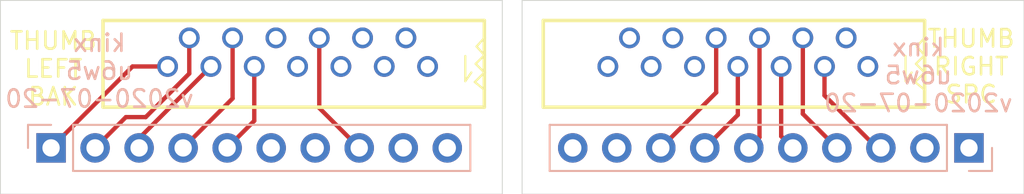
<source format=kicad_pcb>
(kicad_pcb (version 20171130) (host pcbnew 5.1.6)

  (general
    (thickness 1.6)
    (drawings 10)
    (tracks 27)
    (zones 0)
    (modules 4)
    (nets 36)
  )

  (page A4)
  (title_block
    (date 2020-06-23)
  )

  (layers
    (0 F.Cu signal)
    (31 B.Cu signal)
    (34 B.Paste user)
    (35 F.Paste user)
    (36 B.SilkS user)
    (37 F.SilkS user)
    (38 B.Mask user)
    (39 F.Mask user)
    (40 Dwgs.User user)
    (41 Cmts.User user)
    (42 Eco1.User user)
    (43 Eco2.User user)
    (44 Edge.Cuts user)
    (45 Margin user)
    (46 B.CrtYd user)
    (47 F.CrtYd user)
    (48 B.Fab user)
    (49 F.Fab user)
  )

  (setup
    (last_trace_width 0.25)
    (user_trace_width 2.54)
    (trace_clearance 0.1524)
    (zone_clearance 0.2)
    (zone_45_only no)
    (trace_min 0.2)
    (via_size 0.8)
    (via_drill 0.4)
    (via_min_size 0.4)
    (via_min_drill 0.3)
    (uvia_size 0.3)
    (uvia_drill 0.1)
    (uvias_allowed no)
    (uvia_min_size 0.2)
    (uvia_min_drill 0.1)
    (edge_width 0.05)
    (segment_width 0.2)
    (pcb_text_width 0.3)
    (pcb_text_size 1.5 1.5)
    (mod_edge_width 0.12)
    (mod_text_size 1 1)
    (mod_text_width 0.15)
    (pad_size 1.524 1.524)
    (pad_drill 0.762)
    (pad_to_mask_clearance 0.0508)
    (solder_mask_min_width 0.101)
    (aux_axis_origin 0 0)
    (visible_elements FFFFFF7F)
    (pcbplotparams
      (layerselection 0x010fc_ffffffff)
      (usegerberextensions false)
      (usegerberattributes true)
      (usegerberadvancedattributes true)
      (creategerberjobfile true)
      (excludeedgelayer true)
      (linewidth 0.100000)
      (plotframeref false)
      (viasonmask false)
      (mode 1)
      (useauxorigin false)
      (hpglpennumber 1)
      (hpglpenspeed 20)
      (hpglpendiameter 15.000000)
      (psnegative false)
      (psa4output false)
      (plotreference true)
      (plotvalue true)
      (plotinvisibletext false)
      (padsonsilk false)
      (subtractmaskfromsilk false)
      (outputformat 1)
      (mirror false)
      (drillshape 1)
      (scaleselection 1)
      (outputdirectory ""))
  )

  (net 0 "")
  (net 1 GND)
  (net 2 "Net-(J5-Pad10)")
  (net 3 "Net-(J5-Pad9)")
  (net 4 "Net-(J5-Pad7)")
  (net 5 "Net-(J5-Pad6)")
  (net 6 "Net-(J6-Pad10)")
  (net 7 "Net-(J6-Pad9)")
  (net 8 "Net-(J6-Pad2)")
  (net 9 "Net-(J6-Pad1)")
  (net 10 "Net-(J1-Pad12)")
  (net 11 "Net-(J1-Pad2)")
  (net 12 "Net-(J1-Pad13)")
  (net 13 "Net-(J1-Pad11)")
  (net 14 "Net-(J1-Pad1)")
  (net 15 "Net-(J8-Pad8)")
  (net 16 "Net-(J8-Pad4)")
  (net 17 "Net-(J8-Pad2)")
  (net 18 "Net-(J8-Pad7)")
  (net 19 "Net-(J8-Pad5)")
  (net 20 "Net-(J8-Pad3)")
  (net 21 "Net-(J8-Pad1)")
  (net 22 "Net-(J1-Pad10)")
  (net 23 "Net-(J1-Pad9)")
  (net 24 /COL_5_R)
  (net 25 /ROW_9_R)
  (net 26 /ROW_7_R)
  (net 27 /COL_6_R)
  (net 28 /ROW_8_R)
  (net 29 /ROW_6_R)
  (net 30 /ROW_3_L)
  (net 31 /COL_5_L)
  (net 32 /COL_6_L)
  (net 33 /ROW_5_L)
  (net 34 /ROW_2_L)
  (net 35 /ROW_4_L)

  (net_class Default "This is the default net class."
    (clearance 0.1524)
    (trace_width 0.25)
    (via_dia 0.8)
    (via_drill 0.4)
    (uvia_dia 0.3)
    (uvia_drill 0.1)
    (add_net /COL_5_L)
    (add_net /COL_5_R)
    (add_net /COL_6_L)
    (add_net /COL_6_R)
    (add_net /ROW_2_L)
    (add_net /ROW_3_L)
    (add_net /ROW_4_L)
    (add_net /ROW_5_L)
    (add_net /ROW_6_R)
    (add_net /ROW_7_R)
    (add_net /ROW_8_R)
    (add_net /ROW_9_R)
    (add_net "Net-(J1-Pad1)")
    (add_net "Net-(J1-Pad10)")
    (add_net "Net-(J1-Pad11)")
    (add_net "Net-(J1-Pad12)")
    (add_net "Net-(J1-Pad13)")
    (add_net "Net-(J1-Pad2)")
    (add_net "Net-(J1-Pad9)")
    (add_net "Net-(J5-Pad10)")
    (add_net "Net-(J5-Pad6)")
    (add_net "Net-(J5-Pad7)")
    (add_net "Net-(J5-Pad9)")
    (add_net "Net-(J6-Pad1)")
    (add_net "Net-(J6-Pad10)")
    (add_net "Net-(J6-Pad2)")
    (add_net "Net-(J6-Pad9)")
    (add_net "Net-(J8-Pad1)")
    (add_net "Net-(J8-Pad2)")
    (add_net "Net-(J8-Pad3)")
    (add_net "Net-(J8-Pad4)")
    (add_net "Net-(J8-Pad5)")
    (add_net "Net-(J8-Pad7)")
    (add_net "Net-(J8-Pad8)")
  )

  (module kinx:39-53-2135 (layer F.Cu) (tedit 5EE5D146) (tstamp 5EE7DB2B)
    (at 112.395 130.81 180)
    (descr "\"1.25 FPC CONN ASSY ZF 13\"")
    (path /5F8EDD52)
    (fp_text reference J8 (at -12.827 -0.254 180) (layer F.SilkS) hide
      (effects (font (size 1 1) (thickness 0.15)) (justify right bottom))
    )
    (fp_text value THUMB_LEFT_BAK_KB600 (at -10.16 -3.81 180) (layer F.Fab) hide
      (effects (font (size 1.6891 1.6891) (thickness 0.135128)) (justify right bottom))
    )
    (fp_line (start -10.7754 2.6524) (end 11.2246 2.6524) (layer F.SilkS) (width 0.2032))
    (fp_line (start 11.2246 2.6524) (end 11.2246 -2.3476) (layer F.SilkS) (width 0.2032))
    (fp_line (start 11.2246 -2.3476) (end -10.7754 -2.3476) (layer F.SilkS) (width 0.2032))
    (fp_line (start -10.7754 -2.3476) (end -10.7754 -1.3476) (layer F.SilkS) (width 0.2032))
    (fp_line (start -10.7754 -1.3476) (end -10.7754 -0.3476) (layer F.SilkS) (width 0.2032))
    (fp_line (start -10.7754 -0.3476) (end -10.7754 0.6524) (layer F.SilkS) (width 0.2032))
    (fp_line (start -10.7754 0.6524) (end -10.7754 1.6524) (layer F.SilkS) (width 0.2032))
    (fp_line (start -10.7754 1.6524) (end -10.7754 2.6524) (layer F.SilkS) (width 0.2032))
    (fp_line (start -10.7754 1.6524) (end -10.3254 1.1524) (layer F.SilkS) (width 0.127))
    (fp_line (start -10.3254 1.1524) (end -10.7754 0.6524) (layer F.SilkS) (width 0.127))
    (fp_line (start -10.7754 0.6524) (end -10.2754 0.1524) (layer F.SilkS) (width 0.127))
    (fp_line (start -10.2754 0.1524) (end -10.7754 -0.3476) (layer F.SilkS) (width 0.127))
    (fp_line (start -10.7754 -0.3476) (end -10.2254 -0.8976) (layer F.SilkS) (width 0.127))
    (fp_line (start -10.2254 -0.8976) (end -10.7754 -1.3476) (layer F.SilkS) (width 0.127))
    (fp_line (start -10.0254 -0.3476) (end -9.6754 -0.8476) (layer F.SilkS) (width 0.127))
    (fp_line (start -9.6754 -0.8476) (end -9.6754 0.6024) (layer F.SilkS) (width 0.127))
    (fp_line (start -8.85 0.2) (end 8.85 0.2) (layer F.Fab) (width 0.1016))
    (fp_line (start 8.85 0.2) (end 8.85 -0.4) (layer F.Fab) (width 0.1016))
    (fp_line (start 8.85 -0.4) (end -8.85 -0.4) (layer F.Fab) (width 0.1016))
    (fp_line (start -8.85 -0.4) (end -8.85 0.2) (layer F.Fab) (width 0.1016))
    (fp_line (start -8.85 0.2) (end -9.15 0.2) (layer F.Fab) (width 0.1016))
    (fp_line (start -9.15 0.2) (end -9.15 -1.25) (layer F.Fab) (width 0.1016))
    (fp_line (start -9.15 -1.25) (end 9.15 -1.25) (layer F.Fab) (width 0.1016))
    (fp_line (start 9.15 -1.25) (end 9.15 0.2) (layer F.Fab) (width 0.1016))
    (fp_line (start 9.15 0.2) (end 8.85 0.2) (layer F.Fab) (width 0.1016))
    (fp_line (start -9.15 -1.25) (end -8.85 -0.4) (layer F.Fab) (width 0.1016))
    (fp_line (start 8.85 -0.4) (end 9.15 -1.25) (layer F.Fab) (width 0.1016))
    (pad 12 thru_hole circle (at 6.25 1.65 180) (size 1.2 1.2) (drill 0.8) (layers *.Cu *.Mask)
      (net 34 /ROW_2_L) (solder_mask_margin 0.0635))
    (pad 10 thru_hole circle (at 3.75 1.65 180) (size 1.2 1.2) (drill 0.8) (layers *.Cu *.Mask)
      (net 32 /COL_6_L) (solder_mask_margin 0.0635))
    (pad 8 thru_hole circle (at 1.25 1.65 180) (size 1.2 1.2) (drill 0.8) (layers *.Cu *.Mask)
      (net 15 "Net-(J8-Pad8)") (solder_mask_margin 0.0635))
    (pad 6 thru_hole circle (at -1.25 1.65 180) (size 1.2 1.2) (drill 0.8) (layers *.Cu *.Mask)
      (net 30 /ROW_3_L) (solder_mask_margin 0.0635))
    (pad 4 thru_hole circle (at -3.75 1.65 180) (size 1.2 1.2) (drill 0.8) (layers *.Cu *.Mask)
      (net 16 "Net-(J8-Pad4)") (solder_mask_margin 0.0635))
    (pad 2 thru_hole circle (at -6.25 1.65 180) (size 1.2 1.2) (drill 0.8) (layers *.Cu *.Mask)
      (net 17 "Net-(J8-Pad2)") (solder_mask_margin 0.0635))
    (pad 13 thru_hole circle (at 7.5 0 180) (size 1.2 1.2) (drill 0.8) (layers *.Cu *.Mask)
      (net 35 /ROW_4_L) (solder_mask_margin 0.0635))
    (pad 11 thru_hole circle (at 5 0 180) (size 1.2 1.2) (drill 0.8) (layers *.Cu *.Mask)
      (net 33 /ROW_5_L) (solder_mask_margin 0.0635))
    (pad 9 thru_hole circle (at 2.5 0 180) (size 1.2 1.2) (drill 0.8) (layers *.Cu *.Mask)
      (net 31 /COL_5_L) (solder_mask_margin 0.0635))
    (pad 7 thru_hole circle (at 0 0 180) (size 1.2 1.2) (drill 0.8) (layers *.Cu *.Mask)
      (net 18 "Net-(J8-Pad7)") (solder_mask_margin 0.0635))
    (pad 5 thru_hole circle (at -2.5 0 180) (size 1.2 1.2) (drill 0.8) (layers *.Cu *.Mask)
      (net 19 "Net-(J8-Pad5)") (solder_mask_margin 0.0635))
    (pad 3 thru_hole circle (at -5 0 180) (size 1.2 1.2) (drill 0.8) (layers *.Cu *.Mask)
      (net 20 "Net-(J8-Pad3)") (solder_mask_margin 0.0635))
    (pad 1 thru_hole circle (at -7.5 0 180) (size 1.2 1.2) (drill 0.8) (layers *.Cu *.Mask)
      (net 21 "Net-(J8-Pad1)") (solder_mask_margin 0.0635))
  )

  (module Connector_PinHeader_2.54mm:PinHeader_1x10_P2.54mm_Vertical (layer B.Cu) (tedit 59FED5CC) (tstamp 5EE9F443)
    (at 98.171 135.509 270)
    (descr "Through hole straight pin header, 1x10, 2.54mm pitch, single row")
    (tags "Through hole pin header THT 1x10 2.54mm single row")
    (path /2978C288)
    (fp_text reference J5 (at -2.54 -22.987 180) (layer B.SilkS) hide
      (effects (font (size 1 1) (thickness 0.15)) (justify mirror))
    )
    (fp_text value "THUMB\nLEFT\nBAK" (at -4.572 -0.127 unlocked) (layer F.SilkS)
      (effects (font (size 1 1) (thickness 0.15)))
    )
    (fp_line (start 1.8 1.8) (end -1.8 1.8) (layer B.CrtYd) (width 0.05))
    (fp_line (start 1.8 -24.65) (end 1.8 1.8) (layer B.CrtYd) (width 0.05))
    (fp_line (start -1.8 -24.65) (end 1.8 -24.65) (layer B.CrtYd) (width 0.05))
    (fp_line (start -1.8 1.8) (end -1.8 -24.65) (layer B.CrtYd) (width 0.05))
    (fp_line (start -1.33 1.33) (end 0 1.33) (layer B.SilkS) (width 0.12))
    (fp_line (start -1.33 0) (end -1.33 1.33) (layer B.SilkS) (width 0.12))
    (fp_line (start -1.33 -1.27) (end 1.33 -1.27) (layer B.SilkS) (width 0.12))
    (fp_line (start 1.33 -1.27) (end 1.33 -24.19) (layer B.SilkS) (width 0.12))
    (fp_line (start -1.33 -1.27) (end -1.33 -24.19) (layer B.SilkS) (width 0.12))
    (fp_line (start -1.33 -24.19) (end 1.33 -24.19) (layer B.SilkS) (width 0.12))
    (fp_line (start -1.27 0.635) (end -0.635 1.27) (layer B.Fab) (width 0.1))
    (fp_line (start -1.27 -24.13) (end -1.27 0.635) (layer B.Fab) (width 0.1))
    (fp_line (start 1.27 -24.13) (end -1.27 -24.13) (layer B.Fab) (width 0.1))
    (fp_line (start 1.27 1.27) (end 1.27 -24.13) (layer B.Fab) (width 0.1))
    (fp_line (start -0.635 1.27) (end 1.27 1.27) (layer B.Fab) (width 0.1))
    (fp_text user %R (at 0 -11.43 180) (layer B.Fab)
      (effects (font (size 1 1) (thickness 0.15)) (justify mirror))
    )
    (pad 10 thru_hole oval (at 0 -22.86 270) (size 1.7 1.7) (drill 1) (layers *.Cu *.Mask)
      (net 2 "Net-(J5-Pad10)"))
    (pad 9 thru_hole oval (at 0 -20.32 270) (size 1.7 1.7) (drill 1) (layers *.Cu *.Mask)
      (net 3 "Net-(J5-Pad9)"))
    (pad 8 thru_hole oval (at 0 -17.78 270) (size 1.7 1.7) (drill 1) (layers *.Cu *.Mask)
      (net 30 /ROW_3_L))
    (pad 7 thru_hole oval (at 0 -15.24 270) (size 1.7 1.7) (drill 1) (layers *.Cu *.Mask)
      (net 4 "Net-(J5-Pad7)"))
    (pad 6 thru_hole oval (at 0 -12.7 270) (size 1.7 1.7) (drill 1) (layers *.Cu *.Mask)
      (net 5 "Net-(J5-Pad6)"))
    (pad 5 thru_hole oval (at 0 -10.16 270) (size 1.7 1.7) (drill 1) (layers *.Cu *.Mask)
      (net 31 /COL_5_L))
    (pad 4 thru_hole oval (at 0 -7.62 270) (size 1.7 1.7) (drill 1) (layers *.Cu *.Mask)
      (net 32 /COL_6_L))
    (pad 3 thru_hole oval (at 0 -5.08 270) (size 1.7 1.7) (drill 1) (layers *.Cu *.Mask)
      (net 33 /ROW_5_L))
    (pad 2 thru_hole oval (at 0 -2.54 270) (size 1.7 1.7) (drill 1) (layers *.Cu *.Mask)
      (net 34 /ROW_2_L))
    (pad 1 thru_hole rect (at 0 0 270) (size 1.7 1.7) (drill 1) (layers *.Cu *.Mask)
      (net 35 /ROW_4_L))
    (model ${KISYS3DMOD}/Connector_PinHeader_2.54mm.3dshapes/PinHeader_1x10_P2.54mm_Vertical.wrl
      (at (xyz 0 0 0))
      (scale (xyz 1 1 1))
      (rotate (xyz 0 0 0))
    )
  )

  (module kinx:39-53-2135 (layer F.Cu) (tedit 5EE5D146) (tstamp 5EE97738)
    (at 137.795 130.81 180)
    (descr "\"1.25 FPC CONN ASSY ZF 13\"")
    (path /5F89CD6C)
    (fp_text reference J1 (at 11.557 -0.254 180) (layer F.SilkS) hide
      (effects (font (size 1 1) (thickness 0.15)) (justify right bottom))
    )
    (fp_text value THUMB_RIGHT_SPC_KB600 (at -10.16 -3.81 180) (layer F.Fab) hide
      (effects (font (size 1.6891 1.6891) (thickness 0.135128)) (justify right bottom))
    )
    (fp_line (start -10.7754 2.6524) (end 11.2246 2.6524) (layer F.SilkS) (width 0.2032))
    (fp_line (start 11.2246 2.6524) (end 11.2246 -2.3476) (layer F.SilkS) (width 0.2032))
    (fp_line (start 11.2246 -2.3476) (end -10.7754 -2.3476) (layer F.SilkS) (width 0.2032))
    (fp_line (start -10.7754 -2.3476) (end -10.7754 -1.3476) (layer F.SilkS) (width 0.2032))
    (fp_line (start -10.7754 -1.3476) (end -10.7754 -0.3476) (layer F.SilkS) (width 0.2032))
    (fp_line (start -10.7754 -0.3476) (end -10.7754 0.6524) (layer F.SilkS) (width 0.2032))
    (fp_line (start -10.7754 0.6524) (end -10.7754 1.6524) (layer F.SilkS) (width 0.2032))
    (fp_line (start -10.7754 1.6524) (end -10.7754 2.6524) (layer F.SilkS) (width 0.2032))
    (fp_line (start -10.7754 1.6524) (end -10.3254 1.1524) (layer F.SilkS) (width 0.127))
    (fp_line (start -10.3254 1.1524) (end -10.7754 0.6524) (layer F.SilkS) (width 0.127))
    (fp_line (start -10.7754 0.6524) (end -10.2754 0.1524) (layer F.SilkS) (width 0.127))
    (fp_line (start -10.2754 0.1524) (end -10.7754 -0.3476) (layer F.SilkS) (width 0.127))
    (fp_line (start -10.7754 -0.3476) (end -10.2254 -0.8976) (layer F.SilkS) (width 0.127))
    (fp_line (start -10.2254 -0.8976) (end -10.7754 -1.3476) (layer F.SilkS) (width 0.127))
    (fp_line (start -10.0254 -0.3476) (end -9.6754 -0.8476) (layer F.SilkS) (width 0.127))
    (fp_line (start -9.6754 -0.8476) (end -9.6754 0.6024) (layer F.SilkS) (width 0.127))
    (fp_line (start -8.85 0.2) (end 8.85 0.2) (layer F.Fab) (width 0.1016))
    (fp_line (start 8.85 0.2) (end 8.85 -0.4) (layer F.Fab) (width 0.1016))
    (fp_line (start 8.85 -0.4) (end -8.85 -0.4) (layer F.Fab) (width 0.1016))
    (fp_line (start -8.85 -0.4) (end -8.85 0.2) (layer F.Fab) (width 0.1016))
    (fp_line (start -8.85 0.2) (end -9.15 0.2) (layer F.Fab) (width 0.1016))
    (fp_line (start -9.15 0.2) (end -9.15 -1.25) (layer F.Fab) (width 0.1016))
    (fp_line (start -9.15 -1.25) (end 9.15 -1.25) (layer F.Fab) (width 0.1016))
    (fp_line (start 9.15 -1.25) (end 9.15 0.2) (layer F.Fab) (width 0.1016))
    (fp_line (start 9.15 0.2) (end 8.85 0.2) (layer F.Fab) (width 0.1016))
    (fp_line (start -9.15 -1.25) (end -8.85 -0.4) (layer F.Fab) (width 0.1016))
    (fp_line (start 8.85 -0.4) (end 9.15 -1.25) (layer F.Fab) (width 0.1016))
    (pad 12 thru_hole circle (at 6.25 1.65 180) (size 1.2 1.2) (drill 0.8) (layers *.Cu *.Mask)
      (net 10 "Net-(J1-Pad12)") (solder_mask_margin 0.0635))
    (pad 10 thru_hole circle (at 3.75 1.65 180) (size 1.2 1.2) (drill 0.8) (layers *.Cu *.Mask)
      (net 22 "Net-(J1-Pad10)") (solder_mask_margin 0.0635))
    (pad 8 thru_hole circle (at 1.25 1.65 180) (size 1.2 1.2) (drill 0.8) (layers *.Cu *.Mask)
      (net 24 /COL_5_R) (solder_mask_margin 0.0635))
    (pad 6 thru_hole circle (at -1.25 1.65 180) (size 1.2 1.2) (drill 0.8) (layers *.Cu *.Mask)
      (net 25 /ROW_9_R) (solder_mask_margin 0.0635))
    (pad 4 thru_hole circle (at -3.75 1.65 180) (size 1.2 1.2) (drill 0.8) (layers *.Cu *.Mask)
      (net 26 /ROW_7_R) (solder_mask_margin 0.0635))
    (pad 2 thru_hole circle (at -6.25 1.65 180) (size 1.2 1.2) (drill 0.8) (layers *.Cu *.Mask)
      (net 11 "Net-(J1-Pad2)") (solder_mask_margin 0.0635))
    (pad 13 thru_hole circle (at 7.5 0 180) (size 1.2 1.2) (drill 0.8) (layers *.Cu *.Mask)
      (net 12 "Net-(J1-Pad13)") (solder_mask_margin 0.0635))
    (pad 11 thru_hole circle (at 5 0 180) (size 1.2 1.2) (drill 0.8) (layers *.Cu *.Mask)
      (net 13 "Net-(J1-Pad11)") (solder_mask_margin 0.0635))
    (pad 9 thru_hole circle (at 2.5 0 180) (size 1.2 1.2) (drill 0.8) (layers *.Cu *.Mask)
      (net 23 "Net-(J1-Pad9)") (solder_mask_margin 0.0635))
    (pad 7 thru_hole circle (at 0 0 180) (size 1.2 1.2) (drill 0.8) (layers *.Cu *.Mask)
      (net 27 /COL_6_R) (solder_mask_margin 0.0635))
    (pad 5 thru_hole circle (at -2.5 0 180) (size 1.2 1.2) (drill 0.8) (layers *.Cu *.Mask)
      (net 28 /ROW_8_R) (solder_mask_margin 0.0635))
    (pad 3 thru_hole circle (at -5 0 180) (size 1.2 1.2) (drill 0.8) (layers *.Cu *.Mask)
      (net 29 /ROW_6_R) (solder_mask_margin 0.0635))
    (pad 1 thru_hole circle (at -7.5 0 180) (size 1.2 1.2) (drill 0.8) (layers *.Cu *.Mask)
      (net 14 "Net-(J1-Pad1)") (solder_mask_margin 0.0635))
  )

  (module Connector_PinHeader_2.54mm:PinHeader_1x10_P2.54mm_Vertical (layer B.Cu) (tedit 59FED5CC) (tstamp 5EE98194)
    (at 151.13 135.509 90)
    (descr "Through hole straight pin header, 1x10, 2.54mm pitch, single row")
    (tags "Through hole pin header THT 1x10 2.54mm single row")
    (path /1A47134F)
    (fp_text reference J6 (at 2.794 -23.749 180) (layer B.SilkS) hide
      (effects (font (size 1 1) (thickness 0.15)) (justify mirror))
    )
    (fp_text value "THUMB\nRIGHT\nSPC" (at 4.699 0.127 unlocked) (layer F.SilkS)
      (effects (font (size 1 1) (thickness 0.15)))
    )
    (fp_line (start 1.8 1.8) (end -1.8 1.8) (layer B.CrtYd) (width 0.05))
    (fp_line (start 1.8 -24.65) (end 1.8 1.8) (layer B.CrtYd) (width 0.05))
    (fp_line (start -1.8 -24.65) (end 1.8 -24.65) (layer B.CrtYd) (width 0.05))
    (fp_line (start -1.8 1.8) (end -1.8 -24.65) (layer B.CrtYd) (width 0.05))
    (fp_line (start -1.33 1.33) (end 0 1.33) (layer B.SilkS) (width 0.12))
    (fp_line (start -1.33 0) (end -1.33 1.33) (layer B.SilkS) (width 0.12))
    (fp_line (start -1.33 -1.27) (end 1.33 -1.27) (layer B.SilkS) (width 0.12))
    (fp_line (start 1.33 -1.27) (end 1.33 -24.19) (layer B.SilkS) (width 0.12))
    (fp_line (start -1.33 -1.27) (end -1.33 -24.19) (layer B.SilkS) (width 0.12))
    (fp_line (start -1.33 -24.19) (end 1.33 -24.19) (layer B.SilkS) (width 0.12))
    (fp_line (start -1.27 0.635) (end -0.635 1.27) (layer B.Fab) (width 0.1))
    (fp_line (start -1.27 -24.13) (end -1.27 0.635) (layer B.Fab) (width 0.1))
    (fp_line (start 1.27 -24.13) (end -1.27 -24.13) (layer B.Fab) (width 0.1))
    (fp_line (start 1.27 1.27) (end 1.27 -24.13) (layer B.Fab) (width 0.1))
    (fp_line (start -0.635 1.27) (end 1.27 1.27) (layer B.Fab) (width 0.1))
    (fp_text user %R (at 0 -11.43 180) (layer B.Fab)
      (effects (font (size 1 1) (thickness 0.15)) (justify mirror))
    )
    (pad 10 thru_hole oval (at 0 -22.86 90) (size 1.7 1.7) (drill 1) (layers *.Cu *.Mask)
      (net 6 "Net-(J6-Pad10)"))
    (pad 9 thru_hole oval (at 0 -20.32 90) (size 1.7 1.7) (drill 1) (layers *.Cu *.Mask)
      (net 7 "Net-(J6-Pad9)"))
    (pad 8 thru_hole oval (at 0 -17.78 90) (size 1.7 1.7) (drill 1) (layers *.Cu *.Mask)
      (net 24 /COL_5_R))
    (pad 7 thru_hole oval (at 0 -15.24 90) (size 1.7 1.7) (drill 1) (layers *.Cu *.Mask)
      (net 27 /COL_6_R))
    (pad 6 thru_hole oval (at 0 -12.7 90) (size 1.7 1.7) (drill 1) (layers *.Cu *.Mask)
      (net 25 /ROW_9_R))
    (pad 5 thru_hole oval (at 0 -10.16 90) (size 1.7 1.7) (drill 1) (layers *.Cu *.Mask)
      (net 28 /ROW_8_R))
    (pad 4 thru_hole oval (at 0 -7.62 90) (size 1.7 1.7) (drill 1) (layers *.Cu *.Mask)
      (net 26 /ROW_7_R))
    (pad 3 thru_hole oval (at 0 -5.08 90) (size 1.7 1.7) (drill 1) (layers *.Cu *.Mask)
      (net 29 /ROW_6_R))
    (pad 2 thru_hole oval (at 0 -2.54 90) (size 1.7 1.7) (drill 1) (layers *.Cu *.Mask)
      (net 8 "Net-(J6-Pad2)"))
    (pad 1 thru_hole rect (at 0 0 90) (size 1.7 1.7) (drill 1) (layers *.Cu *.Mask)
      (net 9 "Net-(J6-Pad1)"))
    (model ${KISYS3DMOD}/Connector_PinHeader_2.54mm.3dshapes/PinHeader_1x10_P2.54mm_Vertical.wrl
      (at (xyz 0 0 0))
      (scale (xyz 1 1 1))
      (rotate (xyz 0 0 0))
    )
  )

  (gr_text "kinx\nu6w5\nv2020-07-20" (at 148.209 131.318) (layer B.SilkS) (tstamp 5EFC0A7A)
    (effects (font (size 1 1) (thickness 0.15)) (justify mirror))
  )
  (gr_line (start 154.305 138.176) (end 125.349 138.176) (layer Edge.Cuts) (width 0.05) (tstamp 5EFD81C8))
  (gr_line (start 154.305 127) (end 125.349 127) (layer Edge.Cuts) (width 0.05) (tstamp 5EFD81BE))
  (gr_line (start 124.206 138.176) (end 124.206 127) (layer Edge.Cuts) (width 0.05) (tstamp 5EFD8192))
  (gr_line (start 125.349 138.176) (end 125.349 127) (layer Edge.Cuts) (width 0.05) (tstamp 5EFD817C))
  (gr_text "kinx\nu6w5\nv2020-07-20" (at 100.965 131.064) (layer B.SilkS)
    (effects (font (size 1 1) (thickness 0.15)) (justify mirror))
  )
  (gr_line (start 95.25 138.176) (end 124.206 138.176) (layer Edge.Cuts) (width 0.05) (tstamp 764B18E0))
  (gr_line (start 154.305 138.176) (end 154.305 127) (layer Edge.Cuts) (width 0.05) (tstamp 764B1D10))
  (gr_line (start 124.206 127) (end 95.25 127) (layer Edge.Cuts) (width 0.05) (tstamp 5EE7E5A8))
  (gr_line (start 95.25 127) (end 95.25 138.176) (layer Edge.Cuts) (width 0.05) (tstamp 764B2510))

  (segment (start 136.545 132.314) (end 133.35 135.509) (width 0.25) (layer F.Cu) (net 24))
  (segment (start 136.545 129.16) (end 136.545 132.314) (width 0.25) (layer F.Cu) (net 24))
  (segment (start 139.045 134.894) (end 138.43 135.509) (width 0.25) (layer F.Cu) (net 25))
  (segment (start 139.045 129.16) (end 139.045 134.894) (width 0.25) (layer F.Cu) (net 25))
  (segment (start 141.545 133.544) (end 143.51 135.509) (width 0.25) (layer F.Cu) (net 26))
  (segment (start 141.545 129.16) (end 141.545 133.544) (width 0.25) (layer F.Cu) (net 26))
  (segment (start 137.795 133.604) (end 135.89 135.509) (width 0.25) (layer F.Cu) (net 27))
  (segment (start 137.795 130.81) (end 137.795 133.604) (width 0.25) (layer F.Cu) (net 27))
  (segment (start 140.295 134.834) (end 140.97 135.509) (width 0.25) (layer F.Cu) (net 28))
  (segment (start 140.295 130.81) (end 140.295 134.834) (width 0.25) (layer F.Cu) (net 28))
  (segment (start 145.821908 135.509) (end 146.05 135.509) (width 0.25) (layer F.Cu) (net 29))
  (segment (start 142.795 132.482092) (end 145.821908 135.509) (width 0.25) (layer F.Cu) (net 29))
  (segment (start 142.795 130.81) (end 142.795 132.482092) (width 0.25) (layer F.Cu) (net 29))
  (segment (start 113.645 133.203) (end 115.951 135.509) (width 0.25) (layer F.Cu) (net 30))
  (segment (start 113.645 129.16) (end 113.645 133.203) (width 0.25) (layer F.Cu) (net 30))
  (segment (start 109.895 133.945) (end 108.331 135.509) (width 0.25) (layer F.Cu) (net 31))
  (segment (start 109.895 130.81) (end 109.895 133.945) (width 0.25) (layer F.Cu) (net 31))
  (segment (start 108.645 132.655) (end 105.791 135.509) (width 0.25) (layer F.Cu) (net 32))
  (segment (start 108.645 129.16) (end 108.645 132.655) (width 0.25) (layer F.Cu) (net 32))
  (segment (start 103.251 134.954) (end 103.251 135.509) (width 0.25) (layer F.Cu) (net 33))
  (segment (start 107.395 130.81) (end 103.251 134.954) (width 0.25) (layer F.Cu) (net 33))
  (segment (start 106.145 129.16) (end 106.145 131.218) (width 0.25) (layer F.Cu) (net 34))
  (segment (start 106.145 131.218) (end 103.632 133.731) (width 0.25) (layer F.Cu) (net 34))
  (segment (start 102.489 133.731) (end 100.711 135.509) (width 0.25) (layer F.Cu) (net 34))
  (segment (start 103.632 133.731) (end 102.489 133.731) (width 0.25) (layer F.Cu) (net 34))
  (segment (start 102.87 130.81) (end 98.171 135.509) (width 0.25) (layer F.Cu) (net 35))
  (segment (start 104.895 130.81) (end 102.87 130.81) (width 0.25) (layer F.Cu) (net 35))

  (zone (net 1) (net_name GND) (layer F.Cu) (tstamp 5EFD82A2) (hatch edge 0.508)
    (priority 6)
    (connect_pads (clearance 0.000001))
    (min_thickness 0.2032)
    (fill yes (arc_segments 32) (thermal_gap 0.4564) (thermal_bridge_width 0.4564))
    (polygon
      (pts
        (xy 123.952 138.049) (xy 95.377 138.049) (xy 95.377 127.127) (xy 123.952 127.127)
      )
    )
  )
  (zone (net 1) (net_name GND) (layer B.Cu) (tstamp 5EFD829F) (hatch edge 0.508)
    (priority 6)
    (connect_pads (clearance 0.000001))
    (min_thickness 0.2032)
    (fill yes (arc_segments 32) (thermal_gap 0.4564) (thermal_bridge_width 0.4564))
    (polygon
      (pts
        (xy 123.952 138.049) (xy 95.377 138.049) (xy 95.377 127.127) (xy 123.952 127.127)
      )
    )
  )
  (zone (net 1) (net_name GND) (layer B.Cu) (tstamp 5EFD829C) (hatch edge 0.508)
    (priority 6)
    (connect_pads (clearance 0.000001))
    (min_thickness 0.2032)
    (fill yes (arc_segments 32) (thermal_gap 0.4564) (thermal_bridge_width 0.4564))
    (polygon
      (pts
        (xy 154.051 138.049) (xy 125.476 138.049) (xy 125.476 127.127) (xy 154.051 127.127)
      )
    )
  )
  (zone (net 1) (net_name GND) (layer F.Cu) (tstamp 5EFD8299) (hatch edge 0.508)
    (priority 6)
    (connect_pads (clearance 0.000001))
    (min_thickness 0.2032)
    (fill yes (arc_segments 32) (thermal_gap 0.4564) (thermal_bridge_width 0.4564))
    (polygon
      (pts
        (xy 154.051 138.049) (xy 125.476 138.049) (xy 125.476 127.127) (xy 154.051 127.127)
      )
    )
  )
)

</source>
